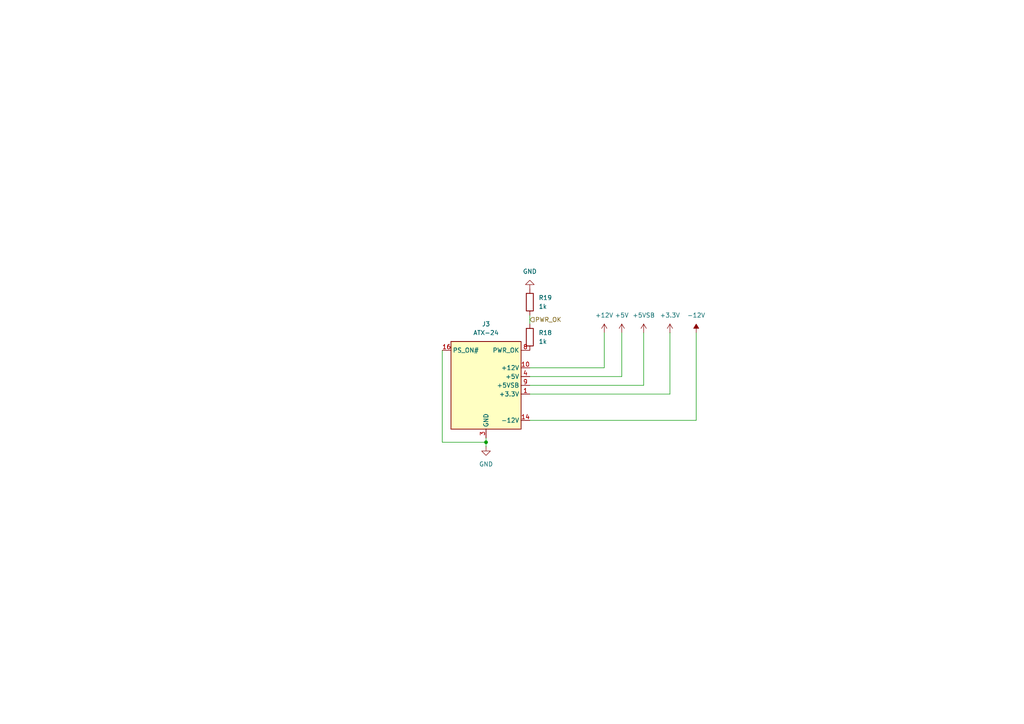
<source format=kicad_sch>
(kicad_sch (version 20250114) (generator "eeschema") (generator_version "9.0")
  (paper "A4")
  (title_block (title "Power"))
  (lib_symbols
    (symbol "Connector:ATX-24"
      (property "Reference" "J" (at -8.89 13.97 0))
      (property "Value" "ATX-24" (at 6.35 13.97 0))
      (symbol "ATX-24_0_1"
        (rectangle (start -10.16 12.7) (end 10.16 -12.7) (stroke (width 0.254)) (fill (type background)))
      )
      (symbol "ATX-24_1_1"
        (pin open_collector line (at -12.7 10.16 0) (length 2.54) (name "PS_ON#") (number "16"))
        (pin no_connect line (at -10.16 0 0) (length 2.54) (hide yes) (name "NC") (number "20"))
        (pin passive line (at 0 -15.24 90) (length 2.54) (hide yes) (name "GND") (number "15"))
        (pin passive line (at 0 -15.24 90) (length 2.54) (hide yes) (name "GND") (number "17"))
        (pin passive line (at 0 -15.24 90) (length 2.54) (hide yes) (name "GND") (number "18"))
        (pin passive line (at 0 -15.24 90) (length 2.54) (hide yes) (name "GND") (number "19"))
        (pin passive line (at 0 -15.24 90) (length 2.54) (hide yes) (name "GND") (number "24"))
        (pin power_out line (at 0 -15.24 90) (length 2.54) (name "GND") (number "3"))
        (pin passive line (at 0 -15.24 90) (length 2.54) (hide yes) (name "GND") (number "5"))
        (pin passive line (at 0 -15.24 90) (length 2.54) (hide yes) (name "GND") (number "7"))
        (pin output line (at 12.7 10.16 180) (length 2.54) (name "PWR_OK") (number "8"))
        (pin power_out line (at 12.7 5.08 180) (length 2.54) (name "+12V") (number "10"))
        (pin passive line (at 12.7 5.08 180) (length 2.54) (hide yes) (name "+12V") (number "11"))
        (pin passive line (at 12.7 2.54 180) (length 2.54) (hide yes) (name "+5V") (number "21"))
        (pin passive line (at 12.7 2.54 180) (length 2.54) (hide yes) (name "+5V") (number "22"))
        (pin passive line (at 12.7 2.54 180) (length 2.54) (hide yes) (name "+5V") (number "23"))
        (pin power_out line (at 12.7 2.54 180) (length 2.54) (name "+5V") (number "4"))
        (pin passive line (at 12.7 2.54 180) (length 2.54) (hide yes) (name "+5V") (number "6"))
        (pin power_out line (at 12.7 0 180) (length 2.54) (name "+5VSB") (number "9"))
        (pin power_out line (at 12.7 -2.54 180) (length 2.54) (name "+3.3V") (number "1"))
        (pin passive line (at 12.7 -2.54 180) (length 2.54) (hide yes) (name "+3.3V") (number "12"))
        (pin passive line (at 12.7 -2.54 180) (length 2.54) (hide yes) (name "+3.3V") (number "13"))
        (pin passive line (at 12.7 -2.54 180) (length 2.54) (hide yes) (name "+3.3V") (number "2"))
        (pin power_out line (at 12.7 -10.16 180) (length 2.54) (name "-12V") (number "14"))
      )
    )
    (symbol "Device:R" (pin_numbers (hide yes)) (pin_names (offset 0))
      (property "Reference" "R" (at 2.032 0 90))
      (property "Value" "R" (at 0 0 90))
      (symbol "R_0_1"
        (rectangle (start -1.016 -2.54) (end 1.016 2.54) (stroke (width 0.254)))
      )
      (symbol "R_1_1"
        (pin passive line (at 0 3.81 270) (length 1.27) (name "~") (number "1"))
        (pin passive line (at 0 -3.81 90) (length 1.27) (name "~") (number "2"))
      )
    )
    (symbol "PCM_4ms_Power-symbol:+12V" (power) (pin_names (offset 0))
      (property "Value" "+12V" (at 0 3.556 0))
      (symbol "+12V_0_1"
        (polyline (pts (xy -0.762 1.27) (xy 0 2.54)))
        (polyline (pts (xy 0 2.54) (xy 0.762 1.27)))
        (polyline (pts (xy 0 0) (xy 0 2.54)))
      )
      (symbol "+12V_1_1"
        (pin power_in line (at 0 0 90) (length 0) (hide yes) (name "+12V") (number "1"))
      )
    )
    (symbol "power:+3.3V" (power) (pin_numbers (hide yes)) (pin_names (offset 0) (hide yes))
      (property "Value" "+3.3V" (at 0 3.556 0))
      (symbol "+3.3V_0_1"
        (polyline (pts (xy -0.762 1.27) (xy 0 2.54)))
        (polyline (pts (xy 0 2.54) (xy 0.762 1.27)))
        (polyline (pts (xy 0 0) (xy 0 2.54)))
      )
      (symbol "+3.3V_1_1"
        (pin power_in line (at 0 0 90) (length 0) (name "~") (number "1"))
      )
    )
    (symbol "power:+5V" (power) (pin_numbers (hide yes)) (pin_names (offset 0) (hide yes))
      (property "Value" "+5V" (at 0 3.556 0))
      (symbol "+5V_0_1"
        (polyline (pts (xy -0.762 1.27) (xy 0 2.54)))
        (polyline (pts (xy 0 2.54) (xy 0.762 1.27)))
        (polyline (pts (xy 0 0) (xy 0 2.54)))
      )
      (symbol "+5V_1_1"
        (pin power_in line (at 0 0 90) (length 0) (name "~") (number "1"))
      )
    )
    (symbol "power:-12V" (power) (pin_numbers (hide yes)) (pin_names (offset 0) (hide yes))
      (property "Value" "-12V" (at 0 3.556 0))
      (symbol "-12V_0_0"
        (pin power_in line (at 0 0 90) (length 0) (name "~") (number "1"))
      )
      (symbol "-12V_0_1"
        (polyline (pts (xy 0 0) (xy 0 1.27) (xy 0.762 1.27) (xy 0 2.54) (xy -0.762 1.27) (xy 0 1.27)) (fill (type outline)))
      )
    )
    (symbol "power:GND" (power) (pin_numbers (hide yes)) (pin_names (offset 0) (hide yes))
      (property "Value" "GND" (at 0 -3.81 0))
      (symbol "GND_0_1"
        (polyline (pts (xy 0 0) (xy 0 -1.27) (xy 1.27 -1.27) (xy 0 -2.54) (xy -1.27 -1.27) (xy 0 -1.27)))
      )
      (symbol "GND_1_1"
        (pin power_in line (at 0 0 270) (length 0) (name "~") (number "1"))
      )
    )
  )
  (junction (at 140.97 128.27))
  (wire (pts (xy 153.67 111.76) (xy 186.69 111.76)))
  (wire (pts (xy 153.67 121.92) (xy 201.93 121.92)))
  (wire (pts (xy 175.26 106.68) (xy 175.26 96.52)))
  (wire (pts (xy 128.27 101.6) (xy 128.27 128.27)))
  (wire (pts (xy 140.97 128.27) (xy 140.97 129.54)))
  (wire (pts (xy 186.69 111.76) (xy 186.69 96.52)))
  (wire (pts (xy 180.34 109.22) (xy 153.67 109.22)))
  (wire (pts (xy 140.97 127) (xy 140.97 128.27)))
  (wire (pts (xy 180.34 96.52) (xy 180.34 109.22)))
  (wire (pts (xy 194.31 114.3) (xy 194.31 96.52)))
  (wire (pts (xy 201.93 121.92) (xy 201.93 96.52)))
  (wire (pts (xy 128.27 128.27) (xy 140.97 128.27)))
  (wire (pts (xy 153.67 114.3) (xy 194.31 114.3)))
  (wire (pts (xy 153.67 106.68) (xy 175.26 106.68)))
  (wire (pts (xy 153.67 91.44) (xy 153.67 93.98)))
  (hierarchical_label "PWR_OK" (shape input) (at 153.67 92.71 0))
  (symbol (lib_id "power:GND") (at 153.67 83.82 180) (unit 1)
    (property "Reference" "#PWR032" (effects (hide yes)))
    (property "Value" "GND" (at 153.67 78.74 0))
    (property "Description" "Power symbol creates a global label with name \"GND\" , ground" (effects (hide yes)))
  )
  (symbol (lib_id "power:-12V") (at 201.93 96.52 0) (unit 1)
    (property "Reference" "#PWR031" (effects (hide yes)))
    (property "Value" "-12V" (at 201.93 91.44 0))
    (property "Description" "Power symbol creates a global label with name \"-12V\"" (effects (hide yes)))
  )
  (symbol (lib_id "Device:R") (at 153.67 97.79 0) (unit 1)
    (property "Reference" "R18" (at 156.21 96.5199 0) (effects (justify left)))
    (property "Value" "1k" (at 156.21 99.0599 0) (effects (justify left)))
    (property "Footprint" "Resistor_SMD:R_0805_2012Metric" (effects (hide yes)))
    (property "Description" "Resistor" (effects (hide yes)))
  )
  (symbol (lib_id "power:GND") (at 140.97 129.54 0) (unit 1)
    (property "Reference" "#PWR023" (effects (hide yes)))
    (property "Value" "GND" (at 140.97 134.62 0))
    (property "Description" "Power symbol creates a global label with name \"GND\" , ground" (effects (hide yes)))
  )
  (symbol (lib_id "Device:R") (at 153.67 87.63 0) (unit 1)
    (property "Reference" "R19" (at 156.21 86.3599 0) (effects (justify left)))
    (property "Value" "1k" (at 156.21 88.8999 0) (effects (justify left)))
    (property "Footprint" "Resistor_SMD:R_0805_2012Metric" (effects (hide yes)))
    (property "Description" "Resistor" (effects (hide yes)))
  )
  (symbol (lib_id "power:+5V") (at 186.69 96.52 0) (unit 1)
    (property "Reference" "#PWR030" (effects (hide yes)))
    (property "Value" "+5VSB" (at 186.69 91.44 0))
    (property "Description" "Power symbol creates a global label with name \"+5V\"" (effects (hide yes)))
  )
  (symbol (lib_id "power:+5V") (at 180.34 96.52 0) (unit 1)
    (property "Reference" "#PWR028" (effects (hide yes)))
    (property "Value" "+5V" (at 180.34 91.44 0))
    (property "Description" "Power symbol creates a global label with name \"+5V\"" (effects (hide yes)))
  )
  (symbol (lib_id "power:+3.3V") (at 194.31 96.52 0) (unit 1)
    (property "Reference" "#PWR029" (effects (hide yes)))
    (property "Value" "+3.3V" (at 194.31 91.44 0))
    (property "Description" "Power symbol creates a global label with name \"+3.3V\"" (effects (hide yes)))
  )
  (symbol (lib_id "Connector:ATX-24") (at 140.97 111.76 0) (unit 1)
    (property "Reference" "J3" (at 140.97 93.98 0))
    (property "Value" "ATX-24" (at 140.97 96.52 0))
    (property "Footprint" "Connector_Molex:Molex_Mini-Fit_Jr_5566-24A2_2x12_P4.20mm_Vertical" (effects (hide yes)))
    (property "Datasheet" "https://www.intel.com/content/dam/www/public/us/en/documents/guides/power-supply-design-guide-june.pdf#page=33" (effects (hide yes)))
    (property "Description" "ATX Power supply 24pins" (effects (hide yes)))
  )
  (symbol (lib_id "PCM_4ms_Power-symbol:+12V") (at 175.26 96.52 0) (unit 1)
    (property "Reference" "#PWR010" (effects (hide yes)))
    (property "Value" "+12V" (at 175.26 91.44 0))
  )
)
</source>
